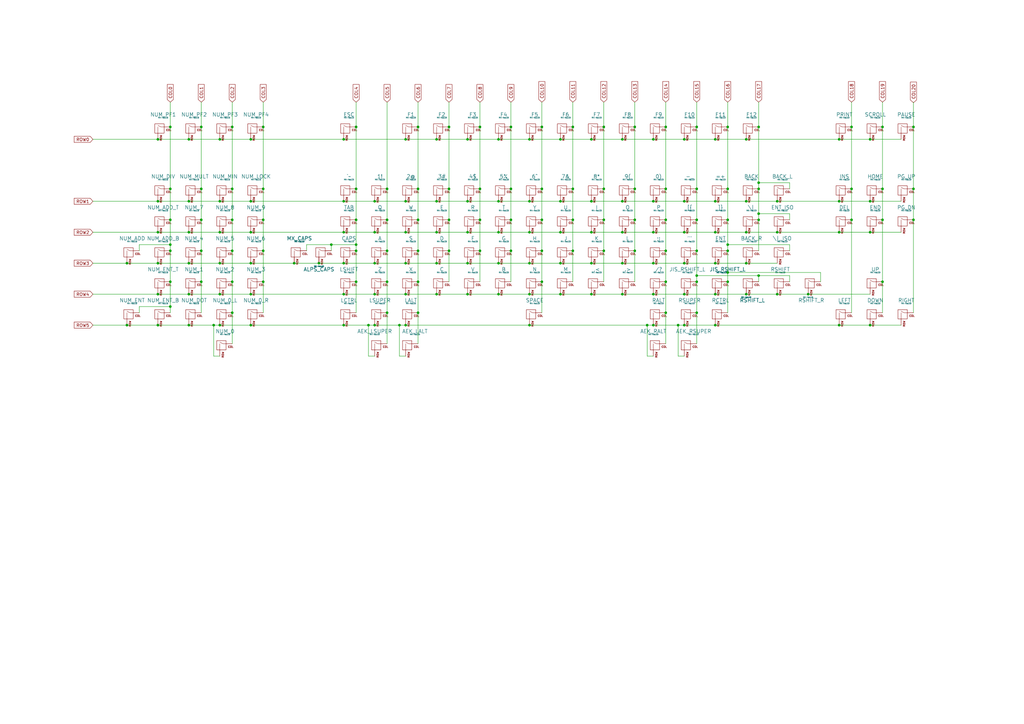
<source format=kicad_sch>
(kicad_sch (version 20211123) (generator eeschema)
  (paper "A3")
  (junction (at 163.83 133.35))
  (junction (at 135.89 100.33))
  (junction (at 247.65 102.87))
  (junction (at 280.67 133.35))
  (junction (at 196.85 90.17))
  (junction (at 120.65 107.95))
  (junction (at 349.25 52.07))
  (junction (at 140.97 107.95))
  (junction (at 171.45 115.57))
  (junction (at 204.47 95.25))
  (junction (at 285.75 102.87))
  (junction (at 229.87 120.65))
  (junction (at 153.67 120.65))
  (junction (at 204.47 120.65))
  (junction (at 222.25 90.17))
  (junction (at 69.85 52.07))
  (junction (at 184.15 52.07))
  (junction (at 102.87 133.35))
  (junction (at 306.07 57.15))
  (junction (at 64.77 120.65))
  (junction (at 140.97 120.65))
  (junction (at 344.17 57.15))
  (junction (at 298.45 100.33))
  (junction (at 52.07 107.95))
  (junction (at 166.37 57.15))
  (junction (at 311.15 90.17))
  (junction (at 242.57 57.15))
  (junction (at 361.95 115.57))
  (junction (at 229.87 82.55))
  (junction (at 298.45 115.57))
  (junction (at 285.75 90.17))
  (junction (at 166.37 107.95))
  (junction (at 229.87 95.25))
  (junction (at 344.17 95.25))
  (junction (at 242.57 107.95))
  (junction (at 64.77 107.95))
  (junction (at 293.37 133.35))
  (junction (at 267.97 57.15))
  (junction (at 344.17 133.35))
  (junction (at 179.07 82.55))
  (junction (at 311.15 77.47))
  (junction (at 242.57 82.55))
  (junction (at 209.55 102.87))
  (junction (at 306.07 95.25))
  (junction (at 306.07 107.95))
  (junction (at 191.77 57.15))
  (junction (at 171.45 128.27))
  (junction (at 311.15 52.07))
  (junction (at 242.57 95.25))
  (junction (at 285.75 52.07))
  (junction (at 349.25 90.17))
  (junction (at 349.25 77.47))
  (junction (at 318.77 120.65))
  (junction (at 107.95 102.87))
  (junction (at 278.13 133.35))
  (junction (at 158.75 90.17))
  (junction (at 247.65 52.07))
  (junction (at 95.25 115.57))
  (junction (at 130.81 107.95))
  (junction (at 171.45 102.87))
  (junction (at 171.45 90.17))
  (junction (at 90.17 133.35))
  (junction (at 273.05 102.87))
  (junction (at 95.25 52.07))
  (junction (at 77.47 120.65))
  (junction (at 242.57 120.65))
  (junction (at 158.75 115.57))
  (junction (at 196.85 102.87))
  (junction (at 204.47 57.15))
  (junction (at 285.75 113.03))
  (junction (at 69.85 100.33))
  (junction (at 140.97 95.25))
  (junction (at 331.47 120.65))
  (junction (at 311.15 87.63))
  (junction (at 293.37 120.65))
  (junction (at 255.27 82.55))
  (junction (at 247.65 77.47))
  (junction (at 146.05 90.17))
  (junction (at 95.25 102.87))
  (junction (at 64.77 57.15))
  (junction (at 229.87 57.15))
  (junction (at 306.07 120.65))
  (junction (at 285.75 128.27))
  (junction (at 90.17 82.55))
  (junction (at 298.45 52.07))
  (junction (at 234.95 90.17))
  (junction (at 273.05 115.57))
  (junction (at 52.07 133.35))
  (junction (at 298.45 90.17))
  (junction (at 179.07 57.15))
  (junction (at 179.07 120.65))
  (junction (at 153.67 82.55))
  (junction (at 293.37 82.55))
  (junction (at 255.27 95.25))
  (junction (at 306.07 82.55))
  (junction (at 90.17 120.65))
  (junction (at 146.05 77.47))
  (junction (at 356.87 133.35))
  (junction (at 374.65 77.47))
  (junction (at 166.37 133.35))
  (junction (at 69.85 102.87))
  (junction (at 166.37 95.25))
  (junction (at 255.27 107.95))
  (junction (at 260.35 77.47))
  (junction (at 158.75 77.47))
  (junction (at 191.77 120.65))
  (junction (at 267.97 95.25))
  (junction (at 209.55 52.07))
  (junction (at 280.67 120.65))
  (junction (at 361.95 52.07))
  (junction (at 140.97 82.55))
  (junction (at 69.85 115.57))
  (junction (at 158.75 128.27))
  (junction (at 90.17 107.95))
  (junction (at 273.05 77.47))
  (junction (at 166.37 82.55))
  (junction (at 196.85 77.47))
  (junction (at 265.43 133.35))
  (junction (at 234.95 52.07))
  (junction (at 217.17 95.25))
  (junction (at 77.47 57.15))
  (junction (at 102.87 120.65))
  (junction (at 90.17 95.25))
  (junction (at 95.25 90.17))
  (junction (at 285.75 77.47))
  (junction (at 273.05 128.27))
  (junction (at 361.95 90.17))
  (junction (at 153.67 107.95))
  (junction (at 318.77 95.25))
  (junction (at 229.87 107.95))
  (junction (at 280.67 82.55))
  (junction (at 285.75 115.57))
  (junction (at 82.55 115.57))
  (junction (at 247.65 90.17))
  (junction (at 217.17 57.15))
  (junction (at 191.77 107.95))
  (junction (at 204.47 107.95))
  (junction (at 204.47 82.55))
  (junction (at 344.17 82.55))
  (junction (at 280.67 95.25))
  (junction (at 95.25 128.27))
  (junction (at 255.27 57.15))
  (junction (at 293.37 107.95))
  (junction (at 209.55 90.17))
  (junction (at 102.87 57.15))
  (junction (at 273.05 52.07))
  (junction (at 222.25 115.57))
  (junction (at 318.77 82.55))
  (junction (at 267.97 120.65))
  (junction (at 102.87 107.95))
  (junction (at 69.85 125.73))
  (junction (at 361.95 77.47))
  (junction (at 260.35 102.87))
  (junction (at 311.15 74.93))
  (junction (at 217.17 120.65))
  (junction (at 184.15 77.47))
  (junction (at 374.65 90.17))
  (junction (at 293.37 95.25))
  (junction (at 222.25 52.07))
  (junction (at 196.85 52.07))
  (junction (at 95.25 77.47))
  (junction (at 260.35 90.17))
  (junction (at 146.05 52.07))
  (junction (at 184.15 102.87))
  (junction (at 107.95 52.07))
  (junction (at 64.77 82.55))
  (junction (at 64.77 95.25))
  (junction (at 179.07 95.25))
  (junction (at 267.97 133.35))
  (junction (at 82.55 90.17))
  (junction (at 69.85 90.17))
  (junction (at 217.17 133.35))
  (junction (at 298.45 77.47))
  (junction (at 140.97 57.15))
  (junction (at 298.45 111.76))
  (junction (at 90.17 57.15))
  (junction (at 77.47 133.35))
  (junction (at 64.77 133.35))
  (junction (at 222.25 102.87))
  (junction (at 140.97 133.35))
  (junction (at 267.97 107.95))
  (junction (at 82.55 52.07))
  (junction (at 87.63 133.35))
  (junction (at 153.67 133.35))
  (junction (at 217.17 107.95))
  (junction (at 171.45 77.47))
  (junction (at 298.45 102.87))
  (junction (at 179.07 107.95))
  (junction (at 234.95 77.47))
  (junction (at 146.05 100.33))
  (junction (at 166.37 120.65))
  (junction (at 260.35 52.07))
  (junction (at 82.55 102.87))
  (junction (at 102.87 82.55))
  (junction (at 222.25 77.47))
  (junction (at 255.27 120.65))
  (junction (at 107.95 115.57))
  (junction (at 280.67 57.15))
  (junction (at 311.15 113.03))
  (junction (at 273.05 90.17))
  (junction (at 107.95 77.47))
  (junction (at 217.17 82.55))
  (junction (at 146.05 115.57))
  (junction (at 209.55 77.47))
  (junction (at 356.87 95.25))
  (junction (at 293.37 57.15))
  (junction (at 82.55 77.47))
  (junction (at 107.95 90.17))
  (junction (at 146.05 102.87))
  (junction (at 191.77 95.25))
  (junction (at 234.95 102.87))
  (junction (at 191.77 82.55))
  (junction (at 374.65 52.07))
  (junction (at 77.47 82.55))
  (junction (at 356.87 82.55))
  (junction (at 158.75 102.87))
  (junction (at 69.85 77.47))
  (junction (at 151.13 133.35))
  (junction (at 184.15 90.17))
  (junction (at 77.47 95.25))
  (junction (at 77.47 107.95))
  (junction (at 267.97 82.55))
  (junction (at 153.67 95.25))
  (junction (at 171.45 52.07))
  (junction (at 356.87 57.15))
  (junction (at 280.67 107.95))
  (junction (at 102.87 95.25))
  (wire (pts (xy 69.85 41.91) (xy 69.85 52.07)))
  (wire (pts (xy 265.43 146.05) (xy 267.97 146.05)))
  (wire (pts (xy 242.57 82.55) (xy 255.27 82.55)))
  (wire (pts (xy 171.45 115.57) (xy 171.45 128.27)))
  (wire (pts (xy 311.15 90.17) (xy 311.15 102.87)))
  (wire (pts (xy 280.67 95.25) (xy 293.37 95.25)))
  (wire (pts (xy 298.45 52.07) (xy 298.45 77.47)))
  (wire (pts (xy 102.87 82.55) (xy 140.97 82.55)))
  (wire (pts (xy 217.17 107.95) (xy 229.87 107.95)))
  (wire (pts (xy 125.73 100.33) (xy 135.89 100.33)))
  (wire (pts (xy 163.83 133.35) (xy 166.37 133.35)))
  (wire (pts (xy 311.15 52.07) (xy 311.15 74.93)))
  (wire (pts (xy 217.17 120.65) (xy 229.87 120.65)))
  (wire (pts (xy 285.75 128.27) (xy 285.75 140.97)))
  (wire (pts (xy 285.75 41.91) (xy 285.75 52.07)))
  (wire (pts (xy 331.47 120.65) (xy 356.87 120.65)))
  (wire (pts (xy 179.07 95.25) (xy 191.77 95.25)))
  (wire (pts (xy 265.43 133.35) (xy 265.43 146.05)))
  (wire (pts (xy 146.05 77.47) (xy 146.05 90.17)))
  (wire (pts (xy 242.57 107.95) (xy 255.27 107.95)))
  (wire (pts (xy 255.27 107.95) (xy 267.97 107.95)))
  (wire (pts (xy 229.87 120.65) (xy 242.57 120.65)))
  (wire (pts (xy 265.43 133.35) (xy 267.97 133.35)))
  (wire (pts (xy 298.45 41.91) (xy 298.45 52.07)))
  (wire (pts (xy 52.07 133.35) (xy 64.77 133.35)))
  (wire (pts (xy 77.47 95.25) (xy 90.17 95.25)))
  (wire (pts (xy 38.1 120.65) (xy 64.77 120.65)))
  (wire (pts (xy 204.47 57.15) (xy 217.17 57.15)))
  (wire (pts (xy 158.75 115.57) (xy 158.75 128.27)))
  (wire (pts (xy 323.85 74.93) (xy 323.85 77.47)))
  (wire (pts (xy 90.17 146.05) (xy 87.63 146.05)))
  (wire (pts (xy 293.37 95.25) (xy 306.07 95.25)))
  (wire (pts (xy 209.55 102.87) (xy 209.55 115.57)))
  (wire (pts (xy 95.25 52.07) (xy 95.25 77.47)))
  (wire (pts (xy 267.97 120.65) (xy 280.67 120.65)))
  (wire (pts (xy 191.77 57.15) (xy 204.47 57.15)))
  (wire (pts (xy 311.15 115.57) (xy 311.15 113.03)))
  (wire (pts (xy 242.57 57.15) (xy 255.27 57.15)))
  (wire (pts (xy 146.05 100.33) (xy 146.05 102.87)))
  (wire (pts (xy 374.65 90.17) (xy 374.65 128.27)))
  (wire (pts (xy 306.07 57.15) (xy 344.17 57.15)))
  (wire (pts (xy 260.35 41.91) (xy 260.35 52.07)))
  (wire (pts (xy 293.37 107.95) (xy 306.07 107.95)))
  (wire (pts (xy 349.25 52.07) (xy 349.25 77.47)))
  (wire (pts (xy 135.89 100.33) (xy 146.05 100.33)))
  (wire (pts (xy 267.97 107.95) (xy 280.67 107.95)))
  (wire (pts (xy 166.37 133.35) (xy 217.17 133.35)))
  (wire (pts (xy 95.25 102.87) (xy 95.25 115.57)))
  (wire (pts (xy 87.63 133.35) (xy 87.63 146.05)))
  (wire (pts (xy 267.97 133.35) (xy 278.13 133.35)))
  (wire (pts (xy 191.77 95.25) (xy 204.47 95.25)))
  (wire (pts (xy 158.75 77.47) (xy 158.75 90.17)))
  (wire (pts (xy 77.47 82.55) (xy 90.17 82.55)))
  (wire (pts (xy 140.97 57.15) (xy 166.37 57.15)))
  (wire (pts (xy 107.95 102.87) (xy 107.95 115.57)))
  (wire (pts (xy 255.27 82.55) (xy 267.97 82.55)))
  (wire (pts (xy 318.77 95.25) (xy 344.17 95.25)))
  (wire (pts (xy 107.95 115.57) (xy 107.95 128.27)))
  (wire (pts (xy 166.37 95.25) (xy 179.07 95.25)))
  (wire (pts (xy 285.75 102.87) (xy 285.75 113.03)))
  (wire (pts (xy 64.77 57.15) (xy 77.47 57.15)))
  (wire (pts (xy 90.17 57.15) (xy 102.87 57.15)))
  (wire (pts (xy 344.17 57.15) (xy 356.87 57.15)))
  (wire (pts (xy 280.67 107.95) (xy 293.37 107.95)))
  (wire (pts (xy 57.15 125.73) (xy 69.85 125.73)))
  (wire (pts (xy 95.25 90.17) (xy 95.25 102.87)))
  (wire (pts (xy 222.25 102.87) (xy 222.25 115.57)))
  (wire (pts (xy 356.87 82.55) (xy 369.57 82.55)))
  (wire (pts (xy 234.95 90.17) (xy 234.95 102.87)))
  (wire (pts (xy 64.77 95.25) (xy 77.47 95.25)))
  (wire (pts (xy 102.87 95.25) (xy 140.97 95.25)))
  (wire (pts (xy 255.27 95.25) (xy 267.97 95.25)))
  (wire (pts (xy 163.83 133.35) (xy 163.83 146.05)))
  (wire (pts (xy 298.45 102.87) (xy 298.45 111.76)))
  (wire (pts (xy 285.75 52.07) (xy 285.75 77.47)))
  (wire (pts (xy 52.07 107.95) (xy 64.77 107.95)))
  (wire (pts (xy 293.37 82.55) (xy 306.07 82.55)))
  (wire (pts (xy 311.15 87.63) (xy 323.85 87.63)))
  (wire (pts (xy 260.35 90.17) (xy 260.35 102.87)))
  (wire (pts (xy 196.85 52.07) (xy 196.85 77.47)))
  (wire (pts (xy 318.77 120.65) (xy 331.47 120.65)))
  (wire (pts (xy 191.77 82.55) (xy 204.47 82.55)))
  (wire (pts (xy 311.15 113.03) (xy 285.75 113.03)))
  (wire (pts (xy 146.05 102.87) (xy 146.05 115.57)))
  (wire (pts (xy 217.17 82.55) (xy 229.87 82.55)))
  (wire (pts (xy 166.37 120.65) (xy 179.07 120.65)))
  (wire (pts (xy 273.05 115.57) (xy 273.05 128.27)))
  (wire (pts (xy 102.87 133.35) (xy 140.97 133.35)))
  (wire (pts (xy 209.55 77.47) (xy 209.55 90.17)))
  (wire (pts (xy 140.97 133.35) (xy 151.13 133.35)))
  (wire (pts (xy 260.35 77.47) (xy 260.35 90.17)))
  (wire (pts (xy 38.1 82.55) (xy 64.77 82.55)))
  (wire (pts (xy 273.05 77.47) (xy 273.05 90.17)))
  (wire (pts (xy 87.63 133.35) (xy 90.17 133.35)))
  (wire (pts (xy 38.1 107.95) (xy 52.07 107.95)))
  (wire (pts (xy 69.85 102.87) (xy 69.85 115.57)))
  (wire (pts (xy 349.25 77.47) (xy 349.25 90.17)))
  (wire (pts (xy 179.07 82.55) (xy 191.77 82.55)))
  (wire (pts (xy 222.25 115.57) (xy 222.25 128.27)))
  (wire (pts (xy 361.95 77.47) (xy 361.95 90.17)))
  (wire (pts (xy 280.67 120.65) (xy 293.37 120.65)))
  (wire (pts (xy 166.37 107.95) (xy 179.07 107.95)))
  (wire (pts (xy 64.77 82.55) (xy 77.47 82.55)))
  (wire (pts (xy 102.87 57.15) (xy 140.97 57.15)))
  (wire (pts (xy 361.95 90.17) (xy 361.95 115.57)))
  (wire (pts (xy 323.85 113.03) (xy 311.15 113.03)))
  (wire (pts (xy 298.45 100.33) (xy 323.85 100.33)))
  (wire (pts (xy 153.67 133.35) (xy 163.83 133.35)))
  (wire (pts (xy 356.87 133.35) (xy 369.57 133.35)))
  (wire (pts (xy 153.67 107.95) (xy 166.37 107.95)))
  (wire (pts (xy 151.13 133.35) (xy 151.13 146.05)))
  (wire (pts (xy 107.95 77.47) (xy 107.95 90.17)))
  (wire (pts (xy 234.95 52.07) (xy 234.95 77.47)))
  (wire (pts (xy 222.25 41.91) (xy 222.25 52.07)))
  (wire (pts (xy 222.25 52.07) (xy 222.25 77.47)))
  (wire (pts (xy 217.17 95.25) (xy 229.87 95.25)))
  (wire (pts (xy 158.75 128.27) (xy 158.75 140.97)))
  (wire (pts (xy 153.67 120.65) (xy 166.37 120.65)))
  (wire (pts (xy 234.95 77.47) (xy 234.95 90.17)))
  (wire (pts (xy 171.45 128.27) (xy 171.45 140.97)))
  (wire (pts (xy 153.67 95.25) (xy 166.37 95.25)))
  (wire (pts (xy 273.05 52.07) (xy 273.05 77.47)))
  (wire (pts (xy 166.37 57.15) (xy 179.07 57.15)))
  (wire (pts (xy 285.75 113.03) (xy 285.75 115.57)))
  (wire (pts (xy 298.45 100.33) (xy 298.45 102.87)))
  (wire (pts (xy 146.05 41.91) (xy 146.05 52.07)))
  (wire (pts (xy 278.13 146.05) (xy 278.13 133.35)))
  (wire (pts (xy 255.27 120.65) (xy 267.97 120.65)))
  (wire (pts (xy 247.65 102.87) (xy 247.65 115.57)))
  (wire (pts (xy 171.45 102.87) (xy 171.45 115.57)))
  (wire (pts (xy 247.65 52.07) (xy 247.65 77.47)))
  (wire (pts (xy 69.85 52.07) (xy 69.85 77.47)))
  (wire (pts (xy 184.15 102.87) (xy 184.15 115.57)))
  (wire (pts (xy 374.65 52.07) (xy 374.65 77.47)))
  (wire (pts (xy 184.15 77.47) (xy 184.15 90.17)))
  (wire (pts (xy 298.45 111.76) (xy 298.45 115.57)))
  (wire (pts (xy 107.95 41.91) (xy 107.95 52.07)))
  (wire (pts (xy 120.65 107.95) (xy 130.81 107.95)))
  (wire (pts (xy 196.85 90.17) (xy 196.85 102.87)))
  (wire (pts (xy 184.15 90.17) (xy 184.15 102.87)))
  (wire (pts (xy 204.47 95.25) (xy 217.17 95.25)))
  (wire (pts (xy 311.15 87.63) (xy 311.15 90.17)))
  (wire (pts (xy 90.17 120.65) (xy 102.87 120.65)))
  (wire (pts (xy 171.45 90.17) (xy 171.45 102.87)))
  (wire (pts (xy 247.65 77.47) (xy 247.65 90.17)))
  (wire (pts (xy 179.07 120.65) (xy 191.77 120.65)))
  (wire (pts (xy 107.95 90.17) (xy 107.95 102.87)))
  (wire (pts (xy 90.17 82.55) (xy 102.87 82.55)))
  (wire (pts (xy 278.13 133.35) (xy 280.67 133.35)))
  (wire (pts (xy 82.55 115.57) (xy 82.55 128.27)))
  (wire (pts (xy 204.47 82.55) (xy 217.17 82.55)))
  (wire (pts (xy 242.57 120.65) (xy 255.27 120.65)))
  (wire (pts (xy 311.15 41.91) (xy 311.15 52.07)))
  (wire (pts (xy 166.37 82.55) (xy 179.07 82.55)))
  (wire (pts (xy 293.37 133.35) (xy 344.17 133.35)))
  (wire (pts (xy 38.1 133.35) (xy 52.07 133.35)))
  (wire (pts (xy 306.07 107.95) (xy 318.77 107.95)))
  (wire (pts (xy 323.85 115.57) (xy 323.85 113.03)))
  (wire (pts (xy 267.97 82.55) (xy 280.67 82.55)))
  (wire (pts (xy 171.45 77.47) (xy 171.45 90.17)))
  (wire (pts (xy 196.85 41.91) (xy 196.85 52.07)))
  (wire (pts (xy 374.65 77.47) (xy 374.65 90.17)))
  (wire (pts (xy 356.87 95.25) (xy 369.57 95.25)))
  (wire (pts (xy 158.75 102.87) (xy 158.75 115.57)))
  (wire (pts (xy 82.55 77.47) (xy 82.55 90.17)))
  (wire (pts (xy 57.15 128.27) (xy 57.15 125.73)))
  (wire (pts (xy 153.67 82.55) (xy 166.37 82.55)))
  (wire (pts (xy 260.35 102.87) (xy 260.35 115.57)))
  (wire (pts (xy 247.65 41.91) (xy 247.65 52.07)))
  (wire (pts (xy 273.05 90.17) (xy 273.05 102.87)))
  (wire (pts (xy 196.85 77.47) (xy 196.85 90.17)))
  (wire (pts (xy 293.37 120.65) (xy 306.07 120.65)))
  (wire (pts (xy 191.77 120.65) (xy 204.47 120.65)))
  (wire (pts (xy 217.17 57.15) (xy 229.87 57.15)))
  (wire (pts (xy 293.37 57.15) (xy 306.07 57.15)))
  (wire (pts (xy 285.75 77.47) (xy 285.75 90.17)))
  (wire (pts (xy 374.65 41.91) (xy 374.65 52.07)))
  (wire (pts (xy 69.85 77.47) (xy 69.85 90.17)))
  (wire (pts (xy 222.25 77.47) (xy 222.25 90.17)))
  (wire (pts (xy 140.97 82.55) (xy 153.67 82.55)))
  (wire (pts (xy 209.55 90.17) (xy 209.55 102.87)))
  (wire (pts (xy 209.55 41.91) (xy 209.55 52.07)))
  (wire (pts (xy 77.47 133.35) (xy 87.63 133.35)))
  (wire (pts (xy 77.47 120.65) (xy 90.17 120.65)))
  (wire (pts (xy 229.87 107.95) (xy 242.57 107.95)))
  (wire (pts (xy 298.45 90.17) (xy 298.45 100.33)))
  (wire (pts (xy 151.13 146.05) (xy 153.67 146.05)))
  (wire (pts (xy 344.17 133.35) (xy 356.87 133.35)))
  (wire (pts (xy 179.07 107.95) (xy 191.77 107.95)))
  (wire (pts (xy 204.47 107.95) (xy 217.17 107.95)))
  (wire (pts (xy 95.25 77.47) (xy 95.25 90.17)))
  (wire (pts (xy 267.97 95.25) (xy 280.67 95.25)))
  (wire (pts (xy 280.67 82.55) (xy 293.37 82.55)))
  (wire (pts (xy 140.97 95.25) (xy 153.67 95.25)))
  (wire (pts (xy 311.15 74.93) (xy 311.15 77.47)))
  (wire (pts (xy 196.85 102.87) (xy 196.85 115.57)))
  (wire (pts (xy 95.25 41.91) (xy 95.25 52.07)))
  (wire (pts (xy 311.15 74.93) (xy 323.85 74.93)))
  (wire (pts (xy 336.55 115.57) (xy 336.55 111.76)))
  (wire (pts (xy 146.05 52.07) (xy 146.05 77.47)))
  (wire (pts (xy 146.05 90.17) (xy 146.05 100.33)))
  (wire (pts (xy 146.05 115.57) (xy 146.05 128.27)))
  (wire (pts (xy 107.95 52.07) (xy 107.95 77.47)))
  (wire (pts (xy 280.67 133.35) (xy 293.37 133.35)))
  (wire (pts (xy 191.77 107.95) (xy 204.47 107.95)))
  (wire (pts (xy 158.75 90.17) (xy 158.75 102.87)))
  (wire (pts (xy 273.05 128.27) (xy 273.05 140.97)))
  (wire (pts (xy 69.85 90.17) (xy 69.85 100.33)))
  (wire (pts (xy 90.17 95.25) (xy 102.87 95.25)))
  (wire (pts (xy 234.95 102.87) (xy 234.95 115.57)))
  (wire (pts (xy 306.07 82.55) (xy 318.77 82.55)))
  (wire (pts (xy 344.17 95.25) (xy 356.87 95.25)))
  (wire (pts (xy 255.27 57.15) (xy 267.97 57.15)))
  (wire (pts (xy 323.85 102.87) (xy 323.85 100.33)))
  (wire (pts (xy 82.55 41.91) (xy 82.55 52.07)))
  (wire (pts (xy 135.89 100.33) (xy 135.89 102.87)))
  (wire (pts (xy 184.15 41.91) (xy 184.15 52.07)))
  (wire (pts (xy 222.25 90.17) (xy 222.25 102.87)))
  (wire (pts (xy 57.15 100.33) (xy 69.85 100.33)))
  (wire (pts (xy 64.77 133.35) (xy 77.47 133.35)))
  (wire (pts (xy 95.25 128.27) (xy 95.25 140.97)))
  (wire (pts (xy 247.65 90.17) (xy 247.65 102.87)))
  (wire (pts (xy 95.25 115.57) (xy 95.25 128.27)))
  (wire (pts (xy 69.85 100.33) (xy 69.85 102.87)))
  (wire (pts (xy 285.75 90.17) (xy 285.75 102.87)))
  (wire (pts (xy 171.45 52.07) (xy 171.45 77.47)))
  (wire (pts (xy 77.47 57.15) (xy 90.17 57.15)))
  (wire (pts (xy 38.1 95.25) (xy 64.77 95.25)))
  (wire (pts (xy 311.15 77.47) (xy 311.15 87.63)))
  (wire (pts (xy 69.85 115.57) (xy 69.85 125.73)))
  (wire (pts (xy 298.45 111.76) (xy 336.55 111.76)))
  (wire (pts (xy 349.25 90.17) (xy 349.25 128.27)))
  (wire (pts (xy 298.45 77.47) (xy 298.45 90.17)))
  (wire (pts (xy 229.87 57.15) (xy 242.57 57.15)))
  (wire (pts (xy 361.95 41.91) (xy 361.95 52.07)))
  (wire (pts (xy 229.87 95.25) (xy 242.57 95.25)))
  (wire (pts (xy 158.75 41.91) (xy 158.75 77.47)))
  (wire (pts (xy 361.95 115.57) (xy 361.95 128.27)))
  (wire (pts (xy 57.15 102.87) (xy 57.15 100.33)))
  (wire (pts (xy 229.87 82.55) (xy 242.57 82.55)))
  (wire (pts (xy 163.83 146.05) (xy 166.37 146.05)))
  (wire (pts (xy 77.47 107.95) (xy 90.17 107.95)))
  (wire (pts (xy 184.15 52.07) (xy 184.15 77.47)))
  (wire (pts (xy 217.17 133.35) (xy 265.43 133.35)))
  (wire (pts (xy 171.45 41.91) (xy 171.45 52.07)))
  (wire (pts (xy 234.95 41.91) (xy 234.95 52.07)))
  (wire (pts (xy 82.55 90.17) (xy 82.55 102.87)))
  (wire (pts (xy 260.35 52.07) (xy 260.35 77.47)))
  (wire (pts (xy 151.13 133.35) (xy 153.67 133.35)))
  (wire (pts (xy 64.77 107.95) (xy 77.47 107.95)))
  (wire (pts (xy 90.17 133.35) (xy 102.87 133.35)))
  (wire (pts (xy 102.87 107.95) (xy 120.65 107.95)))
  (wire (pts (xy 280.67 146.05) (xy 278.13 146.05)))
  (wire (pts (xy 125.73 100.33) (xy 125.73 102.87)))
  (wire (pts (xy 273.05 41.91) (xy 273.05 52.07)))
  (wire (pts (xy 130.81 107.95) (xy 140.97 107.95)))
  (wire (pts (xy 102.87 120.65) (xy 140.97 120.65)))
  (wire (pts (xy 204.47 120.65) (xy 217.17 120.65)))
  (wire (pts (xy 273.05 102.87) (xy 273.05 115.57)))
  (wire (pts (xy 344.17 82.55) (xy 356.87 82.55)))
  (wire (pts (xy 82.55 52.07) (xy 82.55 77.47)))
  (wire (pts (xy 318.77 82.55) (xy 344.17 82.55)))
  (wire (pts (xy 298.45 115.57) (xy 298.45 128.27)))
  (wire (pts (xy 209.55 52.07) (xy 209.55 77.47)))
  (wire (pts (xy 64.77 120.65) (xy 77.47 120.65)))
  (wire (pts (xy 318.77 120.65) (xy 306.07 120.65)))
  (wire (pts (xy 179.07 57.15) (xy 191.77 57.15)))
  (wire (pts (xy 356.87 57.15) (xy 369.57 57.15)))
  (wire (pts (xy 38.1 57.15) (xy 64.77 57.15)))
  (wire (pts (xy 82.55 102.87) (xy 82.55 115.57)))
  (wire (pts (xy 140.97 107.95) (xy 153.67 107.95)))
  (wire (pts (xy 242.57 95.25) (xy 255.27 95.25)))
  (wire (pts (xy 306.07 95.25) (xy 318.77 95.25)))
  (wire (pts (xy 90.17 107.95) (xy 102.87 107.95)))
  (wire (pts (xy 285.75 115.57) (xy 285.75 128.27)))
  (wire (pts (xy 140.97 120.65) (xy 153.67 120.65)))
  (wire (pts (xy 69.85 125.73) (xy 69.85 128.27)))
  (wire (pts (xy 323.85 90.17) (xy 323.85 87.63)))
  (wire (pts (xy 280.67 57.15) (xy 293.37 57.15)))
  (wire (pts (xy 267.97 57.15) (xy 280.67 57.15)))
  (wire (pts (xy 349.25 41.91) (xy 349.25 52.07)))
  (wire (pts (xy 361.95 52.07) (xy 361.95 77.47)))
  (global_label "COL19" (shape input) (at 361.95 41.91 90) (property "Intersheet References" "${INTERSHEET_REFS}" (effects hide)))
  (global_label "COL12" (shape input) (at 247.65 41.91 90) (property "Intersheet References" "${INTERSHEET_REFS}" (effects hide)))
  (global_label "COL2" (shape input) (at 95.25 41.91 90) (property "Intersheet References" "${INTERSHEET_REFS}" (effects hide)))
  (global_label "ROW0" (shape input) (at 38.1 57.15 180) (property "Intersheet References" "${INTERSHEET_REFS}" (effects hide)))
  (global_label "ROW1" (shape input) (at 38.1 82.55 180) (property "Intersheet References" "${INTERSHEET_REFS}" (effects hide)))
  (global_label "ROW4" (shape input) (at 38.1 120.65 180) (property "Intersheet References" "${INTERSHEET_REFS}" (effects hide)))
  (global_label "COL9" (shape input) (at 209.55 41.91 90) (property "Intersheet References" "${INTERSHEET_REFS}" (effects hide)))
  (global_label "COL5" (shape input) (at 158.75 41.91 90) (property "Intersheet References" "${INTERSHEET_REFS}" (effects hide)))
  (global_label "COL14" (shape input) (at 273.05 41.91 90) (property "Intersheet References" "${INTERSHEET_REFS}" (effects hide)))
  (global_label "COL8" (shape input) (at 196.85 41.91 90) (property "Intersheet References" "${INTERSHEET_REFS}" (effects hide)))
  (global_label "COL20" (shape input) (at 374.65 42.1203 90) (property "Intersheet References" "${INTERSHEET_REFS}" (effects hide)))
  (global_label "COL18" (shape input) (at 349.25 41.91 90) (property "Intersheet References" "${INTERSHEET_REFS}" (effects hide)))
  (global_label "COL13" (shape input) (at 260.35 41.91 90) (property "Intersheet References" "${INTERSHEET_REFS}" (effects hide)))
  (global_label "COL4" (shape input) (at 146.05 41.91 90) (property "Intersheet References" "${INTERSHEET_REFS}" (effects hide)))
  (global_label "COL16" (shape input) (at 298.45 41.91 90) (property "Intersheet References" "${INTERSHEET_REFS}" (effects hide)))
  (global_label "COL6" (shape input) (at 171.45 41.91 90) (property "Intersheet References" "${INTERSHEET_REFS}" (effects hide)))
  (global_label "COL15" (shape input) (at 285.75 41.91 90) (property "Intersheet References" "${INTERSHEET_REFS}" (effects hide)))
  (global_label "COL7" (shape input) (at 184.15 41.91 90) (property "Intersheet References" "${INTERSHEET_REFS}" (effects hide)))
  (global_label "COL17" (shape input) (at 311.15 41.91 90) (property "Intersheet References" "${INTERSHEET_REFS}" (effects hide)))
  (global_label "COL3" (shape input) (at 107.95 41.91 90) (property "Intersheet References" "${INTERSHEET_REFS}" (effects hide)))
  (global_label "COL11" (shape input) (at 234.95 41.91 90) (property "Intersheet References" "${INTERSHEET_REFS}" (effects hide)))
  (global_label "COL0" (shape input) (at 69.85 41.91 90) (property "Intersheet References" "${INTERSHEET_REFS}" (effects hide)))
  (global_label "ROW2" (shape input) (at 38.1 95.25 180) (property "Intersheet References" "${INTERSHEET_REFS}" (effects hide)))
  (global_label "ROW5" (shape input) (at 38.1 133.35 180) (property "Intersheet References" "${INTERSHEET_REFS}" (effects hide)))
  (global_label "ROW3" (shape input) (at 38.1 107.95 180) (property "Intersheet References" "${INTERSHEET_REFS}" (effects hide)))
  (global_label "COL1" (shape input) (at 82.55 41.91 90) (property "Intersheet References" "${INTERSHEET_REFS}" (effects hide)))
  (global_label "COL10" (shape input) (at 222.25 41.91 90) (property "Intersheet References" "${INTERSHEET_REFS}" (effects hide)))
  (symbol (lib_id "MX_Alps_Hybrid:MX-NoLED") (at 142.24 116.84 0) (unit 1)
    (property "Reference" "LSHIFT" (at 143.1256 110.49 0) (effects (font (size 1.524 1.524))))
    (property "Value" "MX-NoLED" (at 143.1256 111.76 0) (effects (font (size 0.508 0.508))))
  )
  (symbol (lib_id "MX_Alps_Hybrid:MX-NoLED") (at 320.04 116.84 0) (unit 1)
    (property "Reference" "RSHIFT" (at 320.04 110.49 0) (effects (font (size 1.524 1.524))))
    (property "Value" "MX-NoLED" (at 320.04 111.76 0) (effects (font (size 0.508 0.508))))
  )
  (symbol (lib_id "MX_Alps_Hybrid:MX-NoLED") (at 66.04 91.44 0) (unit 1)
    (property "Reference" "NUM_ADD_T" (at 66.9256 85.09 0) (effects (font (size 1.524 1.524))))
    (property "Value" "MX-NoLED" (at 66.9256 86.36 0) (effects (font (size 0.508 0.508))))
  )
  (symbol (lib_id "MX_Alps_Hybrid:MX-NoLED") (at 281.94 116.84 0) (unit 1)
    (property "Reference" "JIS_RSHIFT_L" (at 281.94 110.49 0) (effects (font (size 1.524 1.524))))
    (property "Value" "MX-NoLED" (at 281.94 111.76 0) (effects (font (size 0.508 0.508))))
  )
  (symbol (lib_id "MX_Alps_Hybrid:MX-NoLED") (at 231.14 91.44 0) (unit 1)
    (property "Reference" "U" (at 232.0256 85.09 0) (effects (font (size 1.524 1.524))))
    (property "Value" "MX-NoLED" (at 232.0256 86.36 0) (effects (font (size 0.508 0.508))))
  )
  (symbol (lib_id "MX_Alps_Hybrid:MX-NoLED") (at 294.64 129.54 0) (unit 1)
    (property "Reference" "RCTRL" (at 295.5257 123.19 0) (effects (font (size 1.524 1.524))))
    (property "Value" "MX-NoLED" (at 295.5256 124.46 0) (effects (font (size 0.508 0.508))))
  )
  (symbol (lib_id "MX_Alps_Hybrid:MX-NoLED") (at 193.04 91.44 0) (unit 1)
    (property "Reference" "R" (at 193.9256 85.09 0) (effects (font (size 1.524 1.524))))
    (property "Value" "MX-NoLED" (at 193.9256 86.36 0) (effects (font (size 0.508 0.508))))
  )
  (symbol (lib_id "MX_Alps_Hybrid:MX-NoLED") (at 294.64 91.44 0) (unit 1)
    (property "Reference" "]}" (at 295.5257 85.09 0) (effects (font (size 1.524 1.524))))
    (property "Value" "MX-NoLED" (at 295.5256 86.36 0) (effects (font (size 0.508 0.508))))
  )
  (symbol (lib_id "MX_Alps_Hybrid:MX-NoLED") (at 167.64 116.84 0) (unit 1)
    (property "Reference" "X" (at 168.5256 110.49 0) (effects (font (size 1.524 1.524))))
    (property "Value" "MX-NoLED" (at 168.5256 111.76 0) (effects (font (size 0.508 0.508))))
  )
  (symbol (lib_id "MX_Alps_Hybrid:MX-NoLED") (at 281.94 142.24 0) (unit 1)
    (property "Reference" "AEK_RSUPER" (at 284.48 135.89 0) (effects (font (size 1.524 1.524))))
    (property "Value" "MX-NoLED" (at 284.48 137.16 0) (effects (font (size 0.508 0.508))))
  )
  (symbol (lib_id "MX_Alps_Hybrid:MX-NoLED") (at 132.08 104.14 0) (unit 1)
    (property "Reference" "ALPS_CAPS" (at 130.81 110.49 0) (effects (font (size 1.524 1.524))))
    (property "Value" "MX-NoLED" (at 130.81 109.22 0) (effects (font (size 0.508 0.508))))
  )
  (symbol (lib_id "MX_Alps_Hybrid:MX-NoLED") (at 193.04 116.84 0) (unit 1)
    (property "Reference" "V" (at 193.9256 110.49 0) (effects (font (size 1.524 1.524))))
    (property "Value" "MX-NoLED" (at 193.9256 111.76 0) (effects (font (size 0.508 0.508))))
  )
  (symbol (lib_id "MX_Alps_Hybrid:MX-NoLED") (at 256.54 116.84 0) (unit 1)
    (property "Reference" ".>" (at 257.4257 110.49 0) (effects (font (size 1.524 1.524))))
    (property "Value" "MX-NoLED" (at 257.4256 111.76 0) (effects (font (size 0.508 0.508))))
  )
  (symbol (lib_id "MX_Alps_Hybrid:MX-NoLED") (at 281.94 91.44 0) (unit 1)
    (property "Reference" "[{" (at 282.8257 85.09 0) (effects (font (size 1.524 1.524))))
    (property "Value" "MX-NoLED" (at 282.8256 86.36 0) (effects (font (size 0.508 0.508))))
  )
  (symbol (lib_id "MX_Alps_Hybrid:MX-NoLED") (at 91.44 78.74 0) (unit 1)
    (property "Reference" "NUM_MIN" (at 92.3256 72.39 0) (effects (font (size 1.524 1.524))))
    (property "Value" "MX-NoLED" (at 92.3256 73.66 0) (effects (font (size 0.508 0.508))))
  )
  (symbol (lib_id "MX_Alps_Hybrid:MX-NoLED") (at 66.04 53.34 0) (unit 1)
    (property "Reference" "NUM_PF1" (at 66.9256 46.99 0) (effects (font (size 1.524 1.524))))
    (property "Value" "MX-NoLED" (at 66.9256 48.26 0) (effects (font (size 0.508 0.508))))
  )
  (symbol (lib_id "MX_Alps_Hybrid:MX-NoLED") (at 154.94 129.54 0) (unit 1)
    (property "Reference" "LSUPER" (at 155.8256 123.19 0) (effects (font (size 1.524 1.524))))
    (property "Value" "MX-NoLED" (at 155.8256 124.46 0) (effects (font (size 0.508 0.508))))
  )
  (symbol (lib_id "MX_Alps_Hybrid:MX-NoLED") (at 142.24 78.74 0) (unit 1)
    (property "Reference" "`~" (at 143.1256 72.39 0) (effects (font (size 1.524 1.524))))
    (property "Value" "MX-NoLED" (at 143.1256 73.66 0) (effects (font (size 0.508 0.508))))
  )
  (symbol (lib_id "MX_Alps_Hybrid:MX-NoLED") (at 167.64 142.24 0) (unit 1)
    (property "Reference" "AEK_LALT" (at 170.18 135.89 0) (effects (font (size 1.524 1.524))))
    (property "Value" "MX-NoLED" (at 170.18 137.16 0) (effects (font (size 0.508 0.508))))
  )
  (symbol (lib_id "MX_Alps_Hybrid:MX-NoLED") (at 332.74 116.84 0) (unit 1)
    (property "Reference" "RSHIFT_R" (at 332.74 123.19 0) (effects (font (size 1.524 1.524))))
    (property "Value" "MX-NoLED" (at 331.47 121.92 0) (effects (font (size 0.508 0.508))))
  )
  (symbol (lib_id "MX_Alps_Hybrid:MX-NoLED") (at 243.84 116.84 0) (unit 1)
    (property "Reference" ",<" (at 244.7256 110.49 0) (effects (font (size 1.524 1.524))))
    (property "Value" "MX-NoLED" (at 244.7256 111.76 0) (effects (font (size 0.508 0.508))))
  )
  (symbol (lib_id "MX_Alps_Hybrid:MX-NoLED") (at 269.24 104.14 0) (unit 1)
    (property "Reference" ";:" (at 270.1257 97.79 0) (effects (font (size 1.524 1.524))))
    (property "Value" "MX-NoLED" (at 270.1256 99.06 0) (effects (font (size 0.508 0.508))))
  )
  (symbol (lib_id "MX_Alps_Hybrid:MX-NoLED") (at 218.44 78.74 0) (unit 1)
    (property "Reference" "6^" (at 219.3256 72.39 0) (effects (font (size 1.524 1.524))))
    (property "Value" "MX-NoLED" (at 219.3256 73.66 0) (effects (font (size 0.508 0.508))))
  )
  (symbol (lib_id "MX_Alps_Hybrid:MX-NoLED") (at 281.94 78.74 0) (unit 1)
    (property "Reference" "-_" (at 282.8257 72.39 0) (effects (font (size 1.524 1.524))))
    (property "Value" "MX-NoLED" (at 282.8256 73.66 0) (effects (font (size 0.508 0.508))))
  )
  (symbol (lib_id "MX_Alps_Hybrid:MX-NoLED") (at 154.94 116.84 0) (unit 1)
    (property "Reference" "Z" (at 155.8256 110.49 0) (effects (font (size 1.524 1.524))))
    (property "Value" "MX-NoLED" (at 155.8256 111.76 0) (effects (font (size 0.508 0.508))))
  )
  (symbol (lib_id "MX_Alps_Hybrid:MX-NoLED") (at 205.74 53.34 0) (unit 1)
    (property "Reference" "F4" (at 206.6256 46.99 0) (effects (font (size 1.524 1.524))))
    (property "Value" "MX-NoLED" (at 206.6256 48.26 0) (effects (font (size 0.508 0.508))))
  )
  (symbol (lib_id "MX_Alps_Hybrid:MX-NoLED") (at 358.14 116.84 0) (unit 1)
    (property "Reference" "UP" (at 359.0257 110.49 0) (effects (font (size 1.524 1.524))))
    (property "Value" "MX-NoLED" (at 359.0256 111.76 0) (effects (font (size 0.508 0.508))))
  )
  (symbol (lib_id "MX_Alps_Hybrid:MX-NoLED") (at 167.64 129.54 0) (unit 1)
    (property "Reference" "LALT" (at 168.5256 123.19 0) (effects (font (size 1.524 1.524))))
    (property "Value" "MX-NoLED" (at 168.5256 124.46 0) (effects (font (size 0.508 0.508))))
  )
  (symbol (lib_id "MX_Alps_Hybrid:MX-NoLED") (at 256.54 91.44 0) (unit 1)
    (property "Reference" "O" (at 257.4256 85.09 0) (effects (font (size 1.524 1.524))))
    (property "Value" "MX-NoLED" (at 257.4256 86.36 0) (effects (font (size 0.508 0.508))))
  )
  (symbol (lib_id "MX_Alps_Hybrid:MX-NoLED") (at 256.54 53.34 0) (unit 1)
    (property "Reference" "F8" (at 257.4256 46.99 0) (effects (font (size 1.524 1.524))))
    (property "Value" "MX-NoLED" (at 257.4256 48.26 0) (effects (font (size 0.508 0.508))))
  )
  (symbol (lib_id "MX_Alps_Hybrid:MX-NoLED") (at 358.14 78.74 0) (unit 1)
    (property "Reference" "HOME" (at 359.0257 72.39 0) (effects (font (size 1.524 1.524))))
    (property "Value" "MX-NoLED" (at 359.0256 73.66 0) (effects (font (size 0.508 0.508))))
  )
  (symbol (lib_id "MX_Alps_Hybrid:MX-NoLED") (at 180.34 104.14 0) (unit 1)
    (property "Reference" "D" (at 181.2256 97.79 0) (effects (font (size 1.524 1.524))))
    (property "Value" "MX-NoLED" (at 181.2256 99.06 0) (effects (font (size 0.508 0.508))))
  )
  (symbol (lib_id "MX_Alps_Hybrid:MX-NoLED") (at 53.34 129.54 0) (unit 1)
    (property "Reference" "NUM_ENT" (at 54.2256 123.19 0) (effects (font (size 1.524 1.524))))
    (property "Value" "MX-NoLED" (at 54.2256 124.46 0) (effects (font (size 0.508 0.508))))
  )
  (symbol (lib_id "MX_Alps_Hybrid:MX-NoLED") (at 66.04 78.74 0) (unit 1)
    (property "Reference" "NUM_DIV" (at 66.9256 72.39 0) (effects (font (size 1.524 1.524))))
    (property "Value" "MX-NoLED" (at 66.9256 73.66 0) (effects (font (size 0.508 0.508))))
  )
  (symbol (lib_id "MX_Alps_Hybrid:MX-NoLED") (at 345.44 129.54 0) (unit 1)
    (property "Reference" "LEFT" (at 346.3257 123.19 0) (effects (font (size 1.524 1.524))))
    (property "Value" "MX-NoLED" (at 346.3256 124.46 0) (effects (font (size 0.508 0.508))))
  )
  (symbol (lib_id "MX_Alps_Hybrid:MX-NoLED") (at 167.64 53.34 0) (unit 1)
    (property "Reference" "F1" (at 168.5256 46.99 0) (effects (font (size 1.524 1.524))))
    (property "Value" "MX-NoLED" (at 168.5256 48.26 0) (effects (font (size 0.508 0.508))))
  )
  (symbol (lib_id "MX_Alps_Hybrid:MX-NoLED") (at 269.24 129.54 0) (unit 1)
    (property "Reference" "RALT" (at 270.1257 123.19 0) (effects (font (size 1.524 1.524))))
    (property "Value" "MX-NoLED" (at 270.1256 124.46 0) (effects (font (size 0.508 0.508))))
  )
  (symbol (lib_id "MX_Alps_Hybrid:MX-NoLED") (at 218.44 129.54 0) (unit 1)
    (property "Reference" "SPACE" (at 219.3256 123.19 0) (effects (font (size 1.524 1.524))))
    (property "Value" "MX-NoLED" (at 219.3256 124.46 0) (effects (font (size 0.508 0.508))))
  )
  (symbol (lib_id "MX_Alps_Hybrid:MX-NoLED") (at 167.64 104.14 0) (unit 1)
    (property "Reference" "S" (at 168.5256 97.79 0) (effects (font (size 1.524 1.524))))
    (property "Value" "MX-NoLED" (at 168.5256 99.06 0) (effects (font (size 0.508 0.508))))
  )
  (symbol (lib_id "MX_Alps_Hybrid:MX-NoLED") (at 66.04 129.54 0) (unit 1)
    (property "Reference" "NUM_ENT_B" (at 66.9256 123.19 0) (effects (font (size 1.524 1.524))))
    (property "Value" "MX-NoLED" (at 66.9256 124.46 0) (effects (font (size 0.508 0.508))))
  )
  (symbol (lib_id "MX_Alps_Hybrid:MX-NoLED") (at 358.14 129.54 0) (unit 1)
    (property "Reference" "DOWN" (at 359.0257 123.19 0) (effects (font (size 1.524 1.524))))
    (property "Value" "MX-NoLED" (at 359.0256 124.46 0) (effects (font (size 0.508 0.508))))
  )
  (symbol (lib_id "MX_Alps_Hybrid:MX-NoLED") (at 320.04 104.14 0) (unit 1)
    (property "Reference" "\\|_ISO" (at 320.9257 97.79 0) (effects (font (size 1.524 1.524))))
    (property "Value" "MX-NoLED" (at 320.9256 99.06 0) (effects (font (size 0.508 0.508))))
  )
  (symbol (lib_id "MX_Alps_Hybrid:MX-NoLED") (at 345.44 91.44 0) (unit 1)
    (property "Reference" "DEL" (at 346.3257 85.09 0) (effects (font (size 1.524 1.524))))
    (property "Value" "MX-NoLED" (at 346.3256 86.36 0) (effects (font (size 0.508 0.508))))
  )
  (symbol (lib_id "MX_Alps_Hybrid:MX-NoLED") (at 281.94 53.34 0) (unit 1)
    (property "Reference" "F10" (at 282.8257 46.99 0) (effects (font (size 1.524 1.524))))
    (property "Value" "MX-NoLED" (at 282.8256 48.26 0) (effects (font (size 0.508 0.508))))
  )
  (symbol (lib_id "MX_Alps_Hybrid:MX-NoLED") (at 269.24 116.84 0) (unit 1)
    (property "Reference" "/?" (at 270.1257 110.49 0) (effects (font (size 1.524 1.524))))
    (property "Value" "MX-NoLED" (at 270.1256 111.76 0) (effects (font (size 0.508 0.508))))
  )
  (symbol (lib_id "MX_Alps_Hybrid:MX-NoLED") (at 104.14 129.54 0) (unit 1)
    (property "Reference" "NUM_0_R" (at 105.0256 123.19 0) (effects (font (size 1.524 1.524))))
    (property "Value" "MX-NoLED" (at 105.0256 124.46 0) (effects (font (size 0.508 0.508))))
  )
  (symbol (lib_id "MX_Alps_Hybrid:MX-NoLED") (at 320.04 78.74 0) (unit 1)
    (property "Reference" "BACK_L" (at 320.9257 72.39 0) (effects (font (size 1.524 1.524))))
    (property "Value" "MX-NoLED" (at 320.9256 73.66 0) (effects (font (size 0.508 0.508))))
  )
  (symbol (lib_id "MX_Alps_Hybrid:MX-NoLED") (at 370.84 91.44 0) (unit 1)
    (property "Reference" "PG_DN" (at 371.7257 85.09 0) (effects (font (size 1.524 1.524))))
    (property "Value" "MX-NoLED" (at 371.7256 86.36 0) (effects (font (size 0.508 0.508))))
  )
  (symbol (lib_id "MX_Alps_Hybrid:MX-NoLED") (at 294.64 53.34 0) (unit 1)
    (property "Reference" "F11" (at 295.5257 46.99 0) (effects (font (size 1.524 1.524))))
    (property "Value" "MX-NoLED" (at 295.5256 48.26 0) (effects (font (size 0.508 0.508))))
  )
  (symbol (lib_id "MX_Alps_Hybrid:MX-NoLED") (at 78.74 116.84 0) (unit 1)
    (property "Reference" "NUM_1" (at 79.6256 110.49 0) (effects (font (size 1.524 1.524))))
    (property "Value" "MX-NoLED" (at 79.6256 111.76 0) (effects (font (size 0.508 0.508))))
  )
  (symbol (lib_id "MX_Alps_Hybrid:MX-NoLED") (at 307.34 78.74 0) (unit 1)
    (property "Reference" "BACK" (at 308.2257 72.39 0) (effects (font (size 1.524 1.524))))
    (property "Value" "MX-NoLED" (at 308.2256 73.66 0) (effects (font (size 0.508 0.508))))
  )
  (symbol (lib_id "MX_Alps_Hybrid:MX-NoLED") (at 205.74 78.74 0) (unit 1)
    (property "Reference" "5%" (at 206.6256 72.39 0) (effects (font (size 1.524 1.524))))
    (property "Value" "MX-NoLED" (at 206.6256 73.66 0) (effects (font (size 0.508 0.508))))
  )
  (symbol (lib_id "MX_Alps_Hybrid:MX-NoLED") (at 345.44 78.74 0) (unit 1)
    (property "Reference" "INS" (at 346.3257 72.39 0) (effects (font (size 1.524 1.524))))
    (property "Value" "MX-NoLED" (at 346.3256 73.66 0) (effects (font (size 0.508 0.508))))
  )
  (symbol (lib_id "MX_Alps_Hybrid:MX-NoLED") (at 104.14 116.84 0) (unit 1)
    (property "Reference" "NUM_3" (at 105.0256 110.49 0) (effects (font (size 1.524 1.524))))
    (property "Value" "MX-NoLED" (at 105.0256 111.76 0) (effects (font (size 0.508 0.508))))
  )
  (symbol (lib_id "MX_Alps_Hybrid:MX-NoLED") (at 269.24 53.34 0) (unit 1)
    (property "Reference" "F9" (at 270.1257 46.99 0) (effects (font (size 1.524 1.524))))
    (property "Value" "MX-NoLED" (at 270.1256 48.26 0) (effects (font (size 0.508 0.508))))
  )
  (symbol (lib_id "MX_Alps_Hybrid:MX-NoLED") (at 180.34 91.44 0) (unit 1)
    (property "Reference" "E" (at 181.2256 85.09 0) (effects (font (size 1.524 1.524))))
    (property "Value" "MX-NoLED" (at 181.2256 86.36 0) (effects (font (size 0.508 0.508))))
  )
  (symbol (lib_id "MX_Alps_Hybrid:MX-NoLED") (at 281.94 104.14 0) (unit 1)
    (property "Reference" "'\"" (at 282.8257 97.79 0) (effects (font (size 1.524 1.524))))
    (property "Value" "MX-NoLED" (at 282.8256 99.06 0) (effects (font (size 0.508 0.508))))
  )
  (symbol (lib_id "MX_Alps_Hybrid:MX-NoLED") (at 307.34 53.34 0) (unit 1)
    (property "Reference" "F12" (at 308.2257 46.99 0) (effects (font (size 1.524 1.524))))
    (property "Value" "MX-NoLED" (at 308.2256 48.26 0) (effects (font (size 0.508 0.508))))
  )
  (symbol (lib_id "MX_Alps_Hybrid:MX-NoLED") (at 218.44 104.14 0) (unit 1)
    (property "Reference" "H" (at 219.3256 97.79 0) (effects (font (size 1.524 1.524))))
    (property "Value" "MX-NoLED" (at 219.3256 99.06 0) (effects (font (size 0.508 0.508))))
  )
  (symbol (lib_id "MX_Alps_Hybrid:MX-NoLED") (at 78.74 91.44 0) (unit 1)
    (property "Reference" "NUM_7" (at 79.6256 85.09 0) (effects (font (size 1.524 1.524))))
    (property "Value" "MX-NoLED" (at 79.6256 86.36 0) (effects (font (size 0.508 0.508))))
  )
  (symbol (lib_id "MX_Alps_Hybrid:MX-NoLED") (at 180.34 78.74 0) (unit 1)
    (property "Reference" "3#" (at 181.2256 72.39 0) (effects (font (size 1.524 1.524))))
    (property "Value" "MX-NoLED" (at 181.2256 73.66 0) (effects (font (size 0.508 0.508))))
  )
  (symbol (lib_id "MX_Alps_Hybrid:MX-NoLED") (at 154.94 104.14 0) (unit 1)
    (property "Reference" "A" (at 155.8256 97.79 0) (effects (font (size 1.524 1.524))))
    (property "Value" "MX-NoLED" (at 155.8256 99.06 0) (effects (font (size 0.508 0.508))))
  )
  (symbol (lib_id "MX_Alps_Hybrid:MX-NoLED") (at 193.04 78.74 0) (unit 1)
    (property "Reference" "4$" (at 193.9256 72.39 0) (effects (font (size 1.524 1.524))))
    (property "Value" "MX-NoLED" (at 193.9256 73.66 0) (effects (font (size 0.508 0.508))))
  )
  (symbol (lib_id "MX_Alps_Hybrid:MX-NoLED") (at 91.44 142.24 0) (unit 1)
    (property "Reference" "NUM_0" (at 92.3256 135.89 0) (effects (font (size 1.524 1.524))))
    (property "Value" "MX-NoLED" (at 92.3256 137.16 0) (effects (font (size 0.508 0.508))))
  )
  (symbol (lib_id "MX_Alps_Hybrid:MX-NoLED") (at 91.44 104.14 0) (unit 1)
    (property "Reference" "NUM_5" (at 92.3256 97.79 0) (effects (font (size 1.524 1.524))))
    (property "Value" "MX-NoLED" (at 92.3256 99.06 0) (effects (font (size 0.508 0.508))))
  )
  (symbol (lib_id "MX_Alps_Hybrid:MX-NoLED") (at 142.24 129.54 0) (unit 1)
    (property "Reference" "LCTRL" (at 143.1256 123.19 0) (effects (font (size 1.524 1.524))))
    (property "Value" "MX-NoLED" (at 143.1256 124.46 0) (effects (font (size 0.508 0.508))))
  )
  (symbol (lib_id "MX_Alps_Hybrid:MX-NoLED") (at 243.84 78.74 0) (unit 1)
    (property "Reference" "8*" (at 244.7256 72.39 0) (effects (font (size 1.524 1.524))))
    (property "Value" "MX-NoLED" (at 244.7256 73.66 0) (effects (font (size 0.508 0.508))))
  )
  (symbol (lib_id "MX_Alps_Hybrid:MX-NoLED") (at 154.94 142.24 0) (unit 1)
    (property "Reference" "AEK_LSUPER" (at 153.67 135.89 0) (effects (font (size 1.524 1.524))))
    (property "Value" "MX-NoLED" (at 153.67 137.16 0) (effects (font (size 0.508 0.508))))
  )
  (symbol (lib_id "MX_Alps_Hybrid:MX-NoLED") (at 256.54 104.14 0) (unit 1)
    (property "Reference" "L" (at 257.4257 97.79 0) (effects (font (size 1.524 1.524))))
    (property "Value" "MX-NoLED" (at 257.4256 99.06 0) (effects (font (size 0.508 0.508))))
  )
  (symbol (lib_id "MX_Alps_Hybrid:MX-NoLED") (at 121.92 104.14 0) (unit 1)
    (property "Reference" "MX_CAPS" (at 122.8056 97.79 0) (effects (font (size 1.524 1.524))))
    (property "Value" "MX-NoLED" (at 122.8056 99.06 0) (effects (font (size 0.508 0.508))))
  )
  (symbol (lib_id "MX_Alps_Hybrid:MX-NoLED") (at 256.54 78.74 0) (unit 1)
    (property "Reference" "9(" (at 257.4256 72.39 0) (effects (font (size 1.524 1.524))))
    (property "Value" "MX-NoLED" (at 257.4256 73.66 0) (effects (font (size 0.508 0.508))))
  )
  (symbol (lib_id "MX_Alps_Hybrid:MX-NoLED") (at 231.14 116.84 0) (unit 1)
    (property "Reference" "M" (at 232.0256 110.49 0) (effects (font (size 1.524 1.524))))
    (property "Value" "MX-NoLED" (at 232.0256 111.76 0) (effects (font (size 0.508 0.508))))
  )
  (symbol (lib_id "MX_Alps_Hybrid:MX-NoLED") (at 231.14 78.74 0) (unit 1)
    (property "Reference" "7&" (at 232.0256 72.39 0) (effects (font (size 1.524 1.524))))
    (property "Value" "MX-NoLED" (at 232.0256 73.66 0) (effects (font (size 0.508 0.508))))
  )
  (symbol (lib_id "MX_Alps_Hybrid:MX-NoLED") (at 205.74 116.84 0) (unit 1)
    (property "Reference" "B" (at 206.6256 110.49 0) (effects (font (size 1.524 1.524))))
    (property "Value" "MX-NoLED" (at 206.6256 111.76 0) (effects (font (size 0.508 0.508))))
  )
  (symbol (lib_id "MX_Alps_Hybrid:MX-NoLED") (at 370.84 129.54 0) (unit 1)
    (property "Reference" "RIGHT" (at 371.7257 123.19 0) (effects (font (size 1.524 1.524))))
    (property "Value" "MX-NoLED" (at 371.7256 124.46 0) (effects (font (size 0.508 0.508))))
  )
  (symbol (lib_id "MX_Alps_Hybrid:MX-NoLED") (at 218.44 116.84 0) (unit 1)
    (property "Reference" "N" (at 219.3256 110.49 0) (effects (font (size 1.524 1.524))))
    (property "Value" "MX-NoLED" (at 219.3256 111.76 0) (effects (font (size 0.508 0.508))))
  )
  (symbol (lib_id "MX_Alps_Hybrid:MX-NoLED") (at 91.44 129.54 0) (unit 1)
    (property "Reference" "NUM_0_L" (at 92.3256 123.19 0) (effects (font (size 1.524 1.524))))
    (property "Value" "MX-NoLED" (at 92.3256 124.46 0) (effects (font (size 0.508 0.508))))
  )
  (symbol (lib_id "MX_Alps_Hybrid:MX-NoLED") (at 78.74 53.34 0) (unit 1)
    (property "Reference" "NUM_PF2" (at 79.6256 46.99 0) (effects (font (size 1.524 1.524))))
    (property "Value" "MX-NoLED" (at 79.6256 48.26 0) (effects (font (size 0.508 0.508))))
  )
  (symbol (lib_id "MX_Alps_Hybrid:MX-NoLED") (at 345.44 53.34 0) (unit 1)
    (property "Reference" "PRINT" (at 346.3257 46.99 0) (effects (font (size 1.524 1.524))))
    (property "Value" "MX-NoLED" (at 346.3256 48.26 0) (effects (font (size 0.508 0.508))))
  )
  (symbol (lib_id "MX_Alps_Hybrid:MX-NoLED") (at 307.34 91.44 0) (unit 1)
    (property "Reference" "\\|" (at 308.2257 85.09 0) (effects (font (size 1.524 1.524))))
    (property "Value" "MX-NoLED" (at 308.2256 86.36 0) (effects (font (size 0.508 0.508))))
  )
  (symbol (lib_id "MX_Alps_Hybrid:MX-NoLED") (at 205.74 91.44 0) (unit 1)
    (property "Reference" "T" (at 206.6256 85.09 0) (effects (font (size 1.524 1.524))))
    (property "Value" "MX-NoLED" (at 206.6256 86.36 0) (effects (font (size 0.508 0.508))))
  )
  (symbol (lib_id "MX_Alps_Hybrid:MX-NoLED") (at 78.74 78.74 0) (unit 1)
    (property "Reference" "NUM_MULT" (at 79.6256 72.39 0) (effects (font (size 1.524 1.524))))
    (property "Value" "MX-NoLED" (at 79.6256 73.66 0) (effects (font (size 0.508 0.508))))
  )
  (symbol (lib_id "MX_Alps_Hybrid:MX-NoLED") (at 231.14 104.14 0) (unit 1)
    (property "Reference" "J" (at 232.0256 97.79 0) (effects (font (size 1.524 1.524))))
    (property "Value" "MX-NoLED" (at 232.0256 99.06 0) (effects (font (size 0.508 0.508))))
  )
  (symbol (lib_id "MX_Alps_Hybrid:MX-NoLED") (at 66.04 116.84 0) (unit 1)
    (property "Reference" "NUM_ENT_T" (at 66.9256 110.49 0) (effects (font (size 1.524 1.524))))
    (property "Value" "MX-NoLED" (at 66.9256 111.76 0) (effects (font (size 0.508 0.508))))
  )
  (symbol (lib_id "MX_Alps_Hybrid:MX-NoLED") (at 104.14 78.74 0) (unit 1)
    (property "Reference" "NUM_LOCK" (at 105.0256 72.39 0) (effects (font (size 1.524 1.524))))
    (property "Value" "MX-NoLED" (at 105.0256 73.66 0) (effects (font (size 0.508 0.508))))
  )
  (symbol (lib_id "MX_Alps_Hybrid:MX-NoLED") (at 243.84 91.44 0) (unit 1)
    (property "Reference" "I" (at 244.7256 85.09 0) (effects (font (size 1.524 1.524))))
    (property "Value" "MX-NoLED" (at 244.7256 86.36 0) (effects (font (size 0.508 0.508))))
  )
  (symbol (lib_id "MX_Alps_Hybrid:MX-NoLED") (at 307.34 116.84 0) (unit 1)
    (property "Reference" "RSHIFT_L" (at 308.61 123.19 0) (effects (font (size 1.524 1.524))))
    (property "Value" "MX-NoLED" (at 306.07 121.92 0) (effects (font (size 0.508 0.508))))
  )
  (symbol (lib_id "MX_Alps_Hybrid:MX-NoLED") (at 294.64 116.84 0) (unit 1)
    (property "Reference" "JIS_RSHIFT_L" (at 298.45 110.49 0) (effects (font (size 1.524 1.524))))
    (property "Value" "MX-NoLED" (at 295.91 111.76 0) (effects (font (size 0.508 0.508))))
  )
  (symbol (lib_id "MX_Alps_Hybrid:MX-NoLED") (at 104.14 104.14 0) (unit 1)
    (property "Reference" "NUM_6" (at 105.0256 97.79 0) (effects (font (size 1.524 1.524))))
    (property "Value" "MX-NoLED" (at 105.0256 99.06 0) (effects (font (size 0.508 0.508))))
  )
  (symbol (lib_id "MX_Alps_Hybrid:MX-NoLED") (at 142.24 53.34 0) (unit 1)
    (property "Reference" "ESC" (at 143.1256 46.99 0) (effects (font (size 1.524 1.524))))
    (property "Value" "MX-NoLED" (at 143.1256 48.26 0) (effects (font (size 0.508 0.508))))
  )
  (symbol (lib_id "MX_Alps_Hybrid:MX-NoLED") (at 91.44 53.34 0) (unit 1)
    (property "Reference" "NUM_PF3" (at 92.3256 46.99 0) (effects (font (size 1.524 1.524))))
    (property "Value" "MX-NoLED" (at 92.3256 48.26 0) (effects (font (size 0.508 0.508))))
  )
  (symbol (lib_id "MX_Alps_Hybrid:MX-NoLED") (at 78.74 104.14 0) (unit 1)
    (property "Reference" "NUM_4" (at 79.6256 97.79 0) (effects (font (size 1.524 1.524))))
    (property "Value" "MX-NoLED" (at 79.6256 99.06 0) (effects (font (size 0.508 0.508))))
  )
  (symbol (lib_id "MX_Alps_Hybrid:MX-NoLED") (at 370.84 78.74 0) (unit 1)
    (property "Reference" "PG_UP" (at 371.7257 72.39 0) (effects (font (size 1.524 1.524))))
    (property "Value" "MX-NoLED" (at 371.7256 73.66 0) (effects (font (size 0.508 0.508))))
  )
  (symbol (lib_id "MX_Alps_Hybrid:MX-NoLED") (at 269.24 91.44 0) (unit 1)
    (property "Reference" "P" (at 270.1257 85.09 0) (effects (font (size 1.524 1.524))))
    (property "Value" "MX-NoLED" (at 270.1256 86.36 0) (effects (font (size 0.508 0.508))))
  )
  (symbol (lib_id "MX_Alps_Hybrid:MX-NoLED") (at 231.14 53.34 0) (unit 1)
    (property "Reference" "F6" (at 232.0256 46.99 0) (effects (font (size 1.524 1.524))))
    (property "Value" "MX-NoLED" (at 232.0256 48.26 0) (effects (font (size 0.508 0.508))))
  )
  (symbol (lib_id "MX_Alps_Hybrid:MX-NoLED") (at 91.44 91.44 0) (unit 1)
    (property "Reference" "NUM_8" (at 92.3256 85.09 0) (effects (font (size 1.524 1.524))))
    (property "Value" "MX-NoLED" (at 92.3256 86.36 0) (effects (font (size 0.508 0.508))))
  )
  (symbol (lib_id "MX_Alps_Hybrid:MX-NoLED") (at 91.44 116.84 0) (unit 1)
    (property "Reference" "NUM_2" (at 92.3256 110.49 0) (effects (font (size 1.524 1.524))))
    (property "Value" "MX-NoLED" (at 92.3256 111.76 0) (effects (font (size 0.508 0.508))))
  )
  (symbol (lib_id "MX_Alps_Hybrid:MX-NoLED") (at 320.04 91.44 0) (unit 1)
    (property "Reference" "ENT_ISO" (at 320.9257 85.09 0) (effects (font (size 1.524 1.524))))
    (property "Value" "MX-NoLED" (at 320.9256 86.36 0) (effects (font (size 0.508 0.508))))
  )
  (symbol (lib_id "MX_Alps_Hybrid:MX-NoLED") (at 269.24 78.74 0) (unit 1)
    (property "Reference" "0)" (at 270.1257 72.39 0) (effects (font (size 1.524 1.524))))
    (property "Value" "MX-NoLED" (at 270.1256 73.66 0) (effects (font (size 0.508 0.508))))
  )
  (symbol (lib_id "MX_Alps_Hybrid:MX-NoLED") (at 370.84 53.34 0) (unit 1)
    (property "Reference" "PAUSE" (at 371.7257 46.99 0) (effects (font (size 1.524 1.524))))
    (property "Value" "MX-NoLED" (at 371.7256 48.26 0) (effects (font (size 0.508 0.508))))
  )
  (symbol (lib_id "MX_Alps_Hybrid:MX-NoLED") (at 167.64 91.44 0) (unit 1)
    (property "Reference" "W" (at 168.5256 85.09 0) (effects (font (size 1.524 1.524))))
    (property "Value" "MX-NoLED" (at 168.5256 86.36 0) (effects (font (size 0.508 0.508))))
  )
  (symbol (lib_id "MX_Alps_Hybrid:MX-NoLED") (at 294.64 78.74 0) (unit 1)
    (property "Reference" "=+" (at 295.5257 72.39 0) (effects (font (size 1.524 1.524))))
    (property "Value" "MX-NoLED" (at 295.5256 73.66 0) (effects (font (size 0.508 0.508))))
  )
  (symbol (lib_id "MX_Alps_Hybrid:MX-NoLED") (at 142.24 91.44 0) (unit 1)
    (property "Reference" "TAB" (at 143.1256 85.09 0) (effects (font (size 1.524 1.524))))
    (property "Value" "MX-NoLED" (at 143.1256 86.36 0) (effects (font (size 0.508 0.508))))
  )
  (symbol (lib_id "MX_Alps_Hybrid:MX-NoLED") (at 180.34 53.34 0) (unit 1)
    (property "Reference" "F2" (at 181.2256 46.99 0) (effects (font (size 1.524 1.524))))
    (property "Value" "MX-NoLED" (at 181.2256 48.26 0) (effects (font (size 0.508 0.508))))
  )
  (symbol (lib_id "MX_Alps_Hybrid:MX-NoLED") (at 218.44 53.34 0) (unit 1)
    (property "Reference" "F5" (at 219.3256 46.99 0) (effects (font (size 1.524 1.524))))
    (property "Value" "MX-NoLED" (at 219.3256 48.26 0) (effects (font (size 0.508 0.508))))
  )
  (symbol (lib_id "MX_Alps_Hybrid:MX-NoLED") (at 358.14 91.44 0) (unit 1)
    (property "Reference" "END" (at 359.0257 85.09 0) (effects (font (size 1.524 1.524))))
    (property "Value" "MX-NoLED" (at 359.0256 86.36 0) (effects (font (size 0.508 0.508))))
  )
  (symbol (lib_id "MX_Alps_Hybrid:MX-NoLED") (at 205.74 104.14 0) (unit 1)
    (property "Reference" "G" (at 206.6256 97.79 0) (effects (font (size 1.524 1.524))))
    (property "Value" "MX-NoLED" (at 206.6256 99.06 0) (effects (font (size 0.508 0.508))))
  )
  (symbol (lib_id "MX_Alps_Hybrid:MX-NoLED") (at 104.14 91.44 0) (unit 1)
    (property "Reference" "NUM_9" (at 105.0256 85.09 0) (effects (font (size 1.524 1.524))))
    (property "Value" "MX-NoLED" (at 105.0256 86.36 0) (effects (font (size 0.508 0.508))))
  )
  (symbol (lib_id "MX_Alps_Hybrid:MX-NoLED") (at 218.44 91.44 0) (unit 1)
    (property "Reference" "Y" (at 219.3256 85.09 0) (effects (font (size 1.524 1.524))))
    (property "Value" "MX-NoLED" (at 219.3256 86.36 0) (effects (font (size 0.508 0.508))))
  )
  (symbol (lib_id "MX_Alps_Hybrid:MX-NoLED") (at 154.94 78.74 0) (unit 1)
    (property "Reference" "1!" (at 155.8256 72.39 0) (effects (font (size 1.524 1.524))))
    (property "Value" "MX-NoLED" (at 155.8256 73.66 0) (effects (font (size 0.508 0.508))))
  )
  (symbol (lib_id "MX_Alps_Hybrid:MX-NoLED") (at 53.34 104.14 0) (unit 1)
    (property "Reference" "NUM_ADD" (at 54.2256 97.79 0) (effects (font (size 1.524 1.524))))
    (property "Value" "MX-NoLED" (at 54.2256 99.06 0) (effects (font (size 0.508 0.508))))
  )
  (symbol (lib_id "MX_Alps_Hybrid:MX-NoLED") (at 243.84 104.14 0) (unit 1)
    (property "Reference" "K" (at 244.7256 97.79 0) (effects (font (size 1.524 1.524))))
    (property "Value" "MX-NoLED" (at 244.7256 99.06 0) (effects (font (size 0.508 0.508))))
  )
  (symbol (lib_id "MX_Alps_Hybrid:MX-NoLED") (at 193.04 53.34 0) (unit 1)
    (property "Reference" "F3" (at 193.9256 46.99 0) (effects (font (size 1.524 1.524))))
    (property "Value" "MX-NoLED" (at 193.9256 48.26 0) (effects (font (size 0.508 0.508))))
  )
  (symbol (lib_id "MX_Alps_Hybrid:MX-NoLED") (at 142.24 104.14 0) (unit 1)
    (property "Reference" "CAPS" (at 143.1256 97.79 0) (effects (font (size 1.524 1.524))))
    (property "Value" "MX-NoLED" (at 143.1256 99.06 0) (effects (font (size 0.508 0.508))))
  )
  (symbol (lib_id "MX_Alps_Hybrid:MX-NoLED") (at 104.14 53.34 0) (unit 1)
    (property "Reference" "NUM_PF4" (at 105.0256 46.99 0) (effects (font (size 1.524 1.524))))
    (property "Value" "MX-NoLED" (at 105.0256 48.26 0) (effects (font (size 0.508 0.508))))
  )
  (symbol (lib_id "MX_Alps_Hybrid:MX-NoLED") (at 193.04 104.14 0) (unit 1)
    (property "Reference" "F" (at 193.9256 97.79 0) (effects (font (size 1.524 1.524))))
    (property "Value" "MX-NoLED" (at 193.9256 99.06 0) (effects (font (size 0.508 0.508))))
  )
  (symbol (lib_id "MX_Alps_Hybrid:MX-NoLED") (at 167.64 78.74 0) (unit 1)
    (property "Reference" "2@" (at 168.5256 72.39 0) (effects (font (size 1.524 1.524))))
    (property "Value" "MX-NoLED" (at 168.5256 73.66 0) (effects (font (size 0.508 0.508))))
  )
  (symbol (lib_id "MX_Alps_Hybrid:MX-NoLED") (at 358.14 53.34 0) (unit 1)
    (property "Reference" "SCROLL" (at 359.0257 46.99 0) (effects (font (size 1.524 1.524))))
    (property "Value" "MX-NoLED" (at 359.0256 48.26 0) (effects (font (size 0.508 0.508))))
  )
  (symbol (lib_id "MX_Alps_Hybrid:MX-NoLED") (at 154.94 91.44 0) (unit 1)
    (property "Reference" "Q" (at 155.8256 85.09 0) (effects (font (size 1.524 1.524))))
    (property "Value" "MX-NoLED" (at 155.8256 86.36 0) (effects (font (size 0.508 0.508))))
  )
  (symbol (lib_id "MX_Alps_Hybrid:MX-NoLED") (at 281.94 129.54 0) (unit 1)
    (property "Reference" "RSUPER" (at 282.8257 123.19 0) (effects (font (size 1.524 1.524))))
    (property "Value" "MX-NoLED" (at 282.8256 124.46 0) (effects (font (size 0.508 0.508))))
  )
  (symbol (lib_id "MX_Alps_Hybrid:MX-NoLED") (at 307.34 104.14 0) (unit 1)
    (property "Reference" "BACK_R" (at 308.2257 97.79 0) (effects (font (size 1.524 1.524))))
    (property "Value" "MX-NoLED" (at 308.2256 99.06 0) (effects (font (size 0.508 0.508))))
  )
  (symbol (lib_id "MX_Alps_Hybrid:MX-NoLED") (at 66.04 104.14 0) (unit 1)
    (property "Reference" "NUM_ADD_B" (at 66.9256 97.79 0) (effects (font (size 1.524 1.524))))
    (property "Value" "MX-NoLED" (at 66.9256 99.06 0) (effects (font (size 0.508 0.508))))
  )
  (symbol (lib_id "MX_Alps_Hybrid:MX-NoLED") (at 243.84 53.34 0) (unit 1)
    (property "Reference" "F7" (at 244.7256 46.99 0) (effects (font (size 1.524 1.524))))
    (property "Value" "MX-NoLED" (at 244.7256 48.26 0) (effects (font (size 0.508 0.508))))
  )
  (symbol (lib_id "MX_Alps_Hybrid:MX-NoLED") (at 269.24 142.24 0) (unit 1)
    (property "Reference" "AEK_RALT" (at 267.97 135.89 0) (effects (font (size 1.524 1.524))))
    (property "Value" "MX-NoLED" (at 267.97 137.16 0) (effects (font (size 0.508 0.508))))
  )
  (symbol (lib_id "MX_Alps_Hybrid:MX-NoLED") (at 294.64 104.14 0) (unit 1)
    (property "Reference" "ENT" (at 295.5257 97.79 0) (effects (font (size 1.524 1.524))))
    (property "Value" "MX-NoLED" (at 295.5256 99.06 0) (effects (font (size 0.508 0.508))))
  )
  (symbol (lib_id "MX_Alps_Hybrid:MX-NoLED") (at 78.74 129.54 0) (unit 1)
    (property "Reference" "NUM_DOT" (at 79.6256 123.19 0) (effects (font (size 1.524 1.524))))
    (property "Value" "MX-NoLED" (at 79.6256 124.46 0) (effects (font (size 0.508 0.508))))
  )
  (symbol (lib_id "MX_Alps_Hybrid:MX-NoLED") (at 180.34 116.84 0) (unit 1)
    (property "Reference" "C" (at 181.2256 110.49 0) (effects (font (size 1.524 1.524))))
    (property "Value" "MX-NoLED" (at 181.2256 111.76 0) (effects (font (size 0.508 0.508))))
  )
)
</source>
